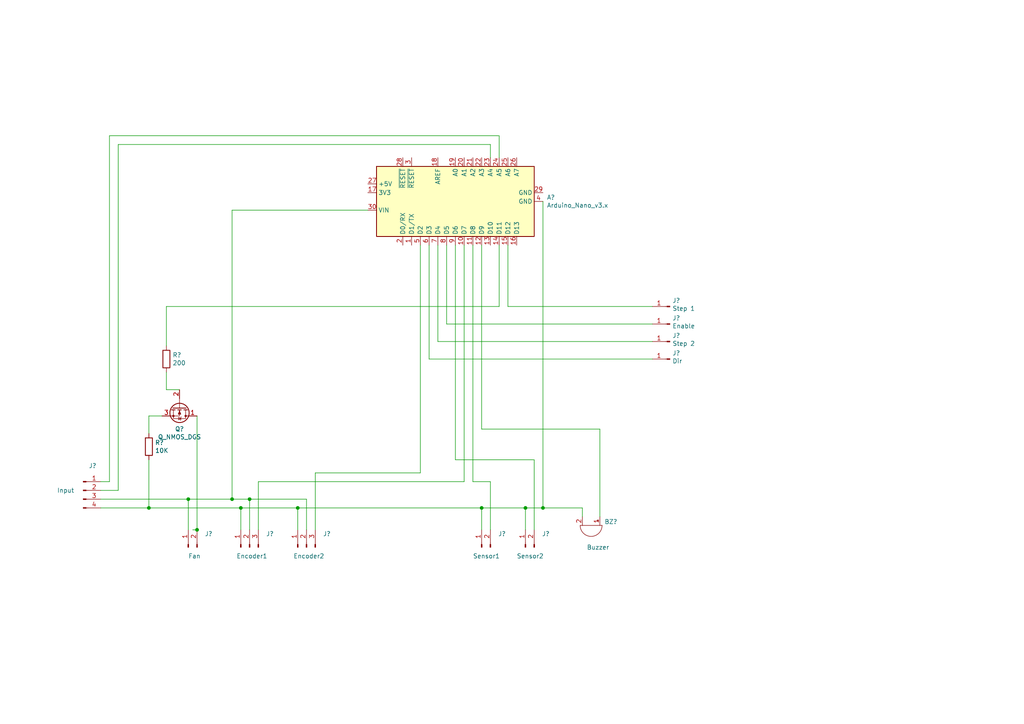
<source format=kicad_sch>
(kicad_sch (version 20250114) (generator "eeschema") (generator_version "9.0")
  (paper "A4")
  (lib_symbols
    (symbol "Connector:Conn_01x01_Male" (pin_names (offset 1.016) (hide yes))
      (property "Reference" "J" (at 0 2.54 0))
      (property "Value" "Connector_Conn_01x01_Male" (at 0 -2.54 0))
      (symbol "Conn_01x01_Male_1_1"
        (rectangle (start 0.8636 0.127) (end 0 -0.127) (stroke (width 0.1524)) (fill (type outline)))
        (polyline (pts (xy 1.27 0) (xy 0.8636 0)) (stroke (width 0.1524)))
        (pin passive line (at 5.08 0 180) (length 3.81) (name "Pin_1") (number "1"))
      )
    )
    (symbol "Connector:Conn_01x02_Male" (pin_names (offset 1.016) (hide yes))
      (property "Reference" "J" (at 0 2.54 0))
      (property "Value" "Connector_Conn_01x02_Male" (at 0 -5.08 0))
      (symbol "Conn_01x02_Male_1_1"
        (rectangle (start 0.8636 0.127) (end 0 -0.127) (stroke (width 0.1524)) (fill (type outline)))
        (rectangle (start 0.8636 -2.413) (end 0 -2.667) (stroke (width 0.1524)) (fill (type outline)))
        (polyline (pts (xy 1.27 0) (xy 0.8636 0)) (stroke (width 0.1524)))
        (polyline (pts (xy 1.27 -2.54) (xy 0.8636 -2.54)) (stroke (width 0.1524)))
        (pin passive line (at 5.08 0 180) (length 3.81) (name "Pin_1") (number "1"))
        (pin passive line (at 5.08 -2.54 180) (length 3.81) (name "Pin_2") (number "2"))
      )
    )
    (symbol "Connector:Conn_01x03_Male" (pin_names (offset 1.016) (hide yes))
      (property "Reference" "J" (at 0 5.08 0))
      (property "Value" "Connector_Conn_01x03_Male" (at 0 -5.08 0))
      (symbol "Conn_01x03_Male_1_1"
        (rectangle (start 0.8636 2.667) (end 0 2.413) (stroke (width 0.1524)) (fill (type outline)))
        (rectangle (start 0.8636 0.127) (end 0 -0.127) (stroke (width 0.1524)) (fill (type outline)))
        (rectangle (start 0.8636 -2.413) (end 0 -2.667) (stroke (width 0.1524)) (fill (type outline)))
        (polyline (pts (xy 1.27 2.54) (xy 0.8636 2.54)) (stroke (width 0.1524)))
        (polyline (pts (xy 1.27 0) (xy 0.8636 0)) (stroke (width 0.1524)))
        (polyline (pts (xy 1.27 -2.54) (xy 0.8636 -2.54)) (stroke (width 0.1524)))
        (pin passive line (at 5.08 2.54 180) (length 3.81) (name "Pin_1") (number "1"))
        (pin passive line (at 5.08 0 180) (length 3.81) (name "Pin_2") (number "2"))
        (pin passive line (at 5.08 -2.54 180) (length 3.81) (name "Pin_3") (number "3"))
      )
    )
    (symbol "Connector:Conn_01x04_Male" (pin_names (offset 1.016) (hide yes))
      (property "Reference" "J" (at 0 5.08 0))
      (property "Value" "Connector_Conn_01x04_Male" (at 0 -7.62 0))
      (symbol "Conn_01x04_Male_1_1"
        (rectangle (start 0.8636 2.667) (end 0 2.413) (stroke (width 0.1524)) (fill (type outline)))
        (rectangle (start 0.8636 0.127) (end 0 -0.127) (stroke (width 0.1524)) (fill (type outline)))
        (rectangle (start 0.8636 -2.413) (end 0 -2.667) (stroke (width 0.1524)) (fill (type outline)))
        (rectangle (start 0.8636 -4.953) (end 0 -5.207) (stroke (width 0.1524)) (fill (type outline)))
        (polyline (pts (xy 1.27 2.54) (xy 0.8636 2.54)) (stroke (width 0.1524)))
        (polyline (pts (xy 1.27 0) (xy 0.8636 0)) (stroke (width 0.1524)))
        (polyline (pts (xy 1.27 -2.54) (xy 0.8636 -2.54)) (stroke (width 0.1524)))
        (polyline (pts (xy 1.27 -5.08) (xy 0.8636 -5.08)) (stroke (width 0.1524)))
        (pin passive line (at 5.08 2.54 180) (length 3.81) (name "Pin_1") (number "1"))
        (pin passive line (at 5.08 0 180) (length 3.81) (name "Pin_2") (number "2"))
        (pin passive line (at 5.08 -2.54 180) (length 3.81) (name "Pin_3") (number "3"))
        (pin passive line (at 5.08 -5.08 180) (length 3.81) (name "Pin_4") (number "4"))
      )
    )
    (symbol "Device:Buzzer" (pin_names (offset 0.0254) (hide yes))
      (property "Reference" "BZ" (at 3.81 1.27 0))
      (property "Value" "Buzzer" (at 3.81 -1.27 0))
      (symbol "Buzzer_0_1"
        (polyline (pts (xy -1.651 1.905) (xy -1.143 1.905)))
        (polyline (pts (xy -1.397 2.159) (xy -1.397 1.651)))
        (arc (start 0 3.175) (mid 3.1612 0) (end 0 -3.175))
        (polyline (pts (xy 0 3.175) (xy 0 -3.175)))
      )
      (symbol "Buzzer_1_1"
        (pin passive line (at -2.54 2.54 0) (length 2.54) (name "+") (number "1"))
        (pin passive line (at -2.54 -2.54 0) (length 2.54) (name "-") (number "2"))
      )
    )
    (symbol "Device:Q_NMOS_DGS" (pin_names (offset 0) (hide yes))
      (property "Reference" "Q" (at 5.08 1.27 0))
      (property "Value" "Device_Q_NMOS_DGS" (at 5.08 -1.27 0))
      (symbol "Q_NMOS_DGS_0_1"
        (polyline (pts (xy 0.254 1.905) (xy 0.254 -1.905)) (stroke (width 0.254)))
        (polyline (pts (xy 0.254 0) (xy -2.54 0)))
        (polyline (pts (xy 0.762 2.286) (xy 0.762 1.27)) (stroke (width 0.254)))
        (polyline (pts (xy 0.762 0.508) (xy 0.762 -0.508)) (stroke (width 0.254)))
        (polyline (pts (xy 0.762 -1.27) (xy 0.762 -2.286)) (stroke (width 0.254)))
        (polyline (pts (xy 0.762 -1.778) (xy 3.302 -1.778) (xy 3.302 1.778) (xy 0.762 1.778)))
        (polyline (pts (xy 1.016 0) (xy 2.032 0.381) (xy 2.032 -0.381) (xy 1.016 0)) (fill (type outline)))
        (circle (center 1.651 0) (radius 2.794) (stroke (width 0.254)))
        (polyline (pts (xy 2.54 2.54) (xy 2.54 1.778)))
        (circle (center 2.54 1.778) (radius 0.254) (fill (type outline)))
        (circle (center 2.54 -1.778) (radius 0.254) (fill (type outline)))
        (polyline (pts (xy 2.54 -2.54) (xy 2.54 0) (xy 0.762 0)))
        (polyline (pts (xy 2.794 0.508) (xy 2.921 0.381) (xy 3.683 0.381) (xy 3.81 0.254)))
        (polyline (pts (xy 3.302 0.381) (xy 2.921 -0.254) (xy 3.683 -0.254) (xy 3.302 0.381)))
      )
      (symbol "Q_NMOS_DGS_1_1"
        (pin input line (at -5.08 0 0) (length 2.54) (name "G") (number "2"))
        (pin passive line (at 2.54 5.08 270) (length 2.54) (name "D") (number "1"))
        (pin passive line (at 2.54 -5.08 90) (length 2.54) (name "S") (number "3"))
      )
    )
    (symbol "Device:R" (pin_numbers (hide yes)) (pin_names (offset 0))
      (property "Reference" "R" (at 2.032 0 90))
      (property "Value" "R" (at 0 0 90))
      (symbol "R_0_1"
        (rectangle (start -1.016 -2.54) (end 1.016 2.54) (stroke (width 0.254)))
      )
      (symbol "R_1_1"
        (pin passive line (at 0 3.81 270) (length 1.27) (name "~") (number "1"))
        (pin passive line (at 0 -3.81 90) (length 1.27) (name "~") (number "2"))
      )
    )
    (symbol "MCU_Module:Arduino_Nano_v3.x"
      (property "Reference" "A" (at -10.16 23.495 0))
      (property "Value" "Arduino_Nano_v3.x" (at 5.08 -24.13 0))
      (symbol "Arduino_Nano_v3.x_0_1"
        (rectangle (start -10.16 22.86) (end 10.16 -22.86) (stroke (width 0.254)) (fill (type background)))
      )
      (symbol "Arduino_Nano_v3.x_1_1"
        (pin bidirectional line (at -12.7 15.24 0) (length 2.54) (name "D0/RX") (number "2"))
        (pin bidirectional line (at -12.7 12.7 0) (length 2.54) (name "D1/TX") (number "1"))
        (pin bidirectional line (at -12.7 10.16 0) (length 2.54) (name "D2") (number "5"))
        (pin bidirectional line (at -12.7 7.62 0) (length 2.54) (name "D3") (number "6"))
        (pin bidirectional line (at -12.7 5.08 0) (length 2.54) (name "D4") (number "7"))
        (pin bidirectional line (at -12.7 2.54 0) (length 2.54) (name "D5") (number "8"))
        (pin bidirectional line (at -12.7 0 0) (length 2.54) (name "D6") (number "9"))
        (pin bidirectional line (at -12.7 -2.54 0) (length 2.54) (name "D7") (number "10"))
        (pin bidirectional line (at -12.7 -5.08 0) (length 2.54) (name "D8") (number "11"))
        (pin bidirectional line (at -12.7 -7.62 0) (length 2.54) (name "D9") (number "12"))
        (pin bidirectional line (at -12.7 -10.16 0) (length 2.54) (name "D10") (number "13"))
        (pin bidirectional line (at -12.7 -12.7 0) (length 2.54) (name "D11") (number "14"))
        (pin bidirectional line (at -12.7 -15.24 0) (length 2.54) (name "D12") (number "15"))
        (pin bidirectional line (at -12.7 -17.78 0) (length 2.54) (name "D13") (number "16"))
        (pin power_in line (at -2.54 25.4 270) (length 2.54) (name "VIN") (number "30"))
        (pin power_in line (at 0 -25.4 90) (length 2.54) (name "GND") (number "4"))
        (pin power_out line (at 2.54 25.4 270) (length 2.54) (name "3V3") (number "17"))
        (pin power_in line (at 2.54 -25.4 90) (length 2.54) (name "GND") (number "29"))
        (pin power_out line (at 5.08 25.4 270) (length 2.54) (name "+5V") (number "27"))
        (pin input line (at 12.7 15.24 180) (length 2.54) (name "~{RESET}") (number "28"))
        (pin input line (at 12.7 12.7 180) (length 2.54) (name "~{RESET}") (number "3"))
        (pin input line (at 12.7 5.08 180) (length 2.54) (name "AREF") (number "18"))
        (pin bidirectional line (at 12.7 0 180) (length 2.54) (name "A0") (number "19"))
        (pin bidirectional line (at 12.7 -2.54 180) (length 2.54) (name "A1") (number "20"))
        (pin bidirectional line (at 12.7 -5.08 180) (length 2.54) (name "A2") (number "21"))
        (pin bidirectional line (at 12.7 -7.62 180) (length 2.54) (name "A3") (number "22"))
        (pin bidirectional line (at 12.7 -10.16 180) (length 2.54) (name "A4") (number "23"))
        (pin bidirectional line (at 12.7 -12.7 180) (length 2.54) (name "A5") (number "24"))
        (pin bidirectional line (at 12.7 -15.24 180) (length 2.54) (name "A6") (number "25"))
        (pin bidirectional line (at 12.7 -17.78 180) (length 2.54) (name "A7") (number "26"))
      )
    )
  )
  (junction (at 157.48 147.32))
  (junction (at 139.7 147.32))
  (junction (at 54.61 144.78))
  (junction (at 43.18 147.32))
  (junction (at 86.36 147.32))
  (junction (at 69.85 147.32))
  (junction (at 152.4 147.32))
  (junction (at 72.39 144.78))
  (junction (at 67.31 144.78))
  (junction (at 57.15 153.67))
  (wire (pts (xy 48.26 113.03) (xy 52.07 113.03)))
  (wire (pts (xy 34.29 41.91) (xy 142.24 41.91)))
  (wire (pts (xy 124.46 71.12) (xy 124.46 104.14)))
  (wire (pts (xy 132.08 133.35) (xy 154.94 133.35)))
  (wire (pts (xy 121.92 137.16) (xy 91.44 137.16)))
  (wire (pts (xy 67.31 60.96) (xy 106.68 60.96)))
  (wire (pts (xy 147.32 71.12) (xy 147.32 88.9)))
  (wire (pts (xy 69.85 147.32) (xy 86.36 147.32)))
  (wire (pts (xy 72.39 153.67) (xy 72.39 144.78)))
  (wire (pts (xy 67.31 144.78) (xy 72.39 144.78)))
  (wire (pts (xy 129.54 93.98) (xy 189.23 93.98)))
  (wire (pts (xy 127 71.12) (xy 127 99.06)))
  (wire (pts (xy 129.54 71.12) (xy 129.54 93.98)))
  (wire (pts (xy 139.7 124.46) (xy 173.99 124.46)))
  (wire (pts (xy 121.92 71.12) (xy 121.92 137.16)))
  (wire (pts (xy 43.18 133.35) (xy 43.18 147.32)))
  (wire (pts (xy 43.18 120.65) (xy 46.99 120.65)))
  (wire (pts (xy 142.24 41.91) (xy 142.24 45.72)))
  (wire (pts (xy 29.21 144.78) (xy 54.61 144.78)))
  (wire (pts (xy 157.48 147.32) (xy 157.48 58.42)))
  (wire (pts (xy 86.36 153.67) (xy 86.36 147.32)))
  (wire (pts (xy 173.99 124.46) (xy 173.99 149.86)))
  (wire (pts (xy 55.88 153.67) (xy 57.15 153.67)))
  (wire (pts (xy 29.21 139.7) (xy 31.75 139.7)))
  (wire (pts (xy 31.75 39.37) (xy 144.78 39.37)))
  (wire (pts (xy 57.15 120.65) (xy 57.15 153.67)))
  (wire (pts (xy 137.16 139.7) (xy 142.24 139.7)))
  (wire (pts (xy 88.9 144.78) (xy 88.9 153.67)))
  (wire (pts (xy 34.29 142.24) (xy 34.29 41.91)))
  (wire (pts (xy 144.78 39.37) (xy 144.78 45.72)))
  (wire (pts (xy 124.46 104.14) (xy 189.23 104.14)))
  (wire (pts (xy 132.08 71.12) (xy 132.08 133.35)))
  (wire (pts (xy 134.62 71.12) (xy 134.62 139.7)))
  (wire (pts (xy 69.85 153.67) (xy 69.85 147.32)))
  (wire (pts (xy 48.26 88.9) (xy 48.26 100.33)))
  (wire (pts (xy 54.61 144.78) (xy 67.31 144.78)))
  (wire (pts (xy 67.31 60.96) (xy 67.31 144.78)))
  (wire (pts (xy 43.18 120.65) (xy 43.18 125.73)))
  (wire (pts (xy 86.36 147.32) (xy 139.7 147.32)))
  (wire (pts (xy 43.18 147.32) (xy 69.85 147.32)))
  (wire (pts (xy 147.32 88.9) (xy 189.23 88.9)))
  (wire (pts (xy 144.78 88.9) (xy 48.26 88.9)))
  (wire (pts (xy 134.62 139.7) (xy 74.93 139.7)))
  (wire (pts (xy 31.75 139.7) (xy 31.75 39.37)))
  (wire (pts (xy 137.16 71.12) (xy 137.16 139.7)))
  (wire (pts (xy 74.93 139.7) (xy 74.93 153.67)))
  (wire (pts (xy 139.7 147.32) (xy 152.4 147.32)))
  (wire (pts (xy 144.78 71.12) (xy 144.78 88.9)))
  (wire (pts (xy 54.61 153.67) (xy 54.61 144.78)))
  (wire (pts (xy 91.44 137.16) (xy 91.44 153.67)))
  (wire (pts (xy 157.48 147.32) (xy 168.91 147.32)))
  (wire (pts (xy 152.4 147.32) (xy 152.4 153.67)))
  (wire (pts (xy 29.21 142.24) (xy 34.29 142.24)))
  (wire (pts (xy 152.4 147.32) (xy 157.48 147.32)))
  (wire (pts (xy 127 99.06) (xy 189.23 99.06)))
  (wire (pts (xy 139.7 153.67) (xy 139.7 147.32)))
  (wire (pts (xy 29.21 147.32) (xy 43.18 147.32)))
  (wire (pts (xy 154.94 133.35) (xy 154.94 153.67)))
  (wire (pts (xy 168.91 147.32) (xy 168.91 149.86)))
  (wire (pts (xy 139.7 71.12) (xy 139.7 124.46)))
  (wire (pts (xy 142.24 139.7) (xy 142.24 153.67)))
  (wire (pts (xy 72.39 144.78) (xy 88.9 144.78)))
  (wire (pts (xy 48.26 107.95) (xy 48.26 113.03)))
  (symbol (lib_id "MCU_Module:Arduino_Nano_v3.x") (at 132.08 58.42 90) (unit 1)
    (property "Reference" "A?" (at 158.5976 57.2516 90) (effects (justify right)))
    (property "Value" "Arduino_Nano_v3.x" (at 158.5976 59.563 90) (effects (justify right)))
    (property "Footprint" "Module:Arduino_Nano" (effects (hide yes)))
    (property "Datasheet" "http://www.mouser.com/pdfdocs/Gravitech_Arduino_Nano3_0.pdf" (effects (hide yes)))
  )
  (symbol (lib_id "Connector:Conn_01x03_Male") (at 72.39 158.75 90) (unit 1)
    (property "Reference" "J?" (at 77.1652 154.8384 90) (effects (justify right)))
    (property "Value" "Encoder1" (at 68.58 161.29 90) (effects (justify right)))
  )
  (symbol (lib_id "Connector:Conn_01x04_Male") (at 24.13 142.24 0) (unit 1)
    (property "Reference" "J?" (at 26.8732 135.1026 0))
    (property "Value" "Input" (at 19.05 142.24 0))
  )
  (symbol (lib_id "Device:Buzzer") (at 171.45 152.4 270) (unit 1)
    (property "Reference" "BZ?" (at 175.3108 151.3332 90) (effects (justify left)))
    (property "Value" "Buzzer" (at 170.18 158.75 90) (effects (justify left)))
  )
  (symbol (lib_id "Connector:Conn_01x01_Male") (at 194.31 88.9 180) (unit 1)
    (property "Reference" "J?" (at 195.0212 87.1728 0) (effects (justify right)))
    (property "Value" "Step 1" (at 195.0212 89.4842 0) (effects (justify right)))
  )
  (symbol (lib_id "Connector:Conn_01x01_Male") (at 194.31 93.98 180) (unit 1)
    (property "Reference" "J?" (at 195.0212 92.2528 0) (effects (justify right)))
    (property "Value" "Enable" (at 195.0212 94.5642 0) (effects (justify right)))
  )
  (symbol (lib_id "Connector:Conn_01x01_Male") (at 194.31 99.06 180) (unit 1)
    (property "Reference" "J?" (at 195.0212 97.3328 0) (effects (justify right)))
    (property "Value" "Step 2" (at 195.0212 99.6442 0) (effects (justify right)))
  )
  (symbol (lib_id "Connector:Conn_01x01_Male") (at 194.31 104.14 180) (unit 1)
    (property "Reference" "J?" (at 195.0212 102.4128 0) (effects (justify right)))
    (property "Value" "Dir" (at 195.0212 104.7242 0) (effects (justify right)))
  )
  (symbol (lib_id "Connector:Conn_01x03_Male") (at 88.9 158.75 90) (unit 1)
    (property "Reference" "J?" (at 93.6752 154.8384 90) (effects (justify right)))
    (property "Value" "Encoder2" (at 85.09 161.29 90) (effects (justify right)))
  )
  (symbol (lib_id "Connector:Conn_01x02_Male") (at 152.4 158.75 90) (unit 1)
    (property "Reference" "J?" (at 157.1752 154.8384 90) (effects (justify right)))
    (property "Value" "Sensor2" (at 149.86 161.29 90) (effects (justify right)))
  )
  (symbol (lib_id "Connector:Conn_01x02_Male") (at 139.7 158.75 90) (unit 1)
    (property "Reference" "J?" (at 144.4752 154.8384 90) (effects (justify right)))
    (property "Value" "Sensor1" (at 137.16 161.29 90) (effects (justify right)))
  )
  (symbol (lib_id "Connector:Conn_01x02_Male") (at 54.61 158.75 90) (unit 1)
    (property "Reference" "J?" (at 59.3852 154.8384 90) (effects (justify right)))
    (property "Value" "Fan" (at 54.61 161.29 90) (effects (justify right)))
  )
  (symbol (lib_id "Device:R") (at 48.26 104.14 0) (unit 1)
    (property "Reference" "R?" (at 50.038 102.9716 0) (effects (justify left)))
    (property "Value" "200" (at 50.038 105.283 0) (effects (justify left)))
  )
  (symbol (lib_id "Device:Q_NMOS_DGS") (at 52.07 118.11 270) (unit 1)
    (property "Reference" "Q?" (at 52.07 124.4346 90))
    (property "Value" "Q_NMOS_DGS" (at 52.07 126.746 90))
  )
  (symbol (lib_id "Device:R") (at 43.18 129.54 0) (unit 1)
    (property "Reference" "R?" (at 44.958 128.3716 0) (effects (justify left)))
    (property "Value" "10K" (at 44.958 130.683 0) (effects (justify left)))
  )
)
</source>
